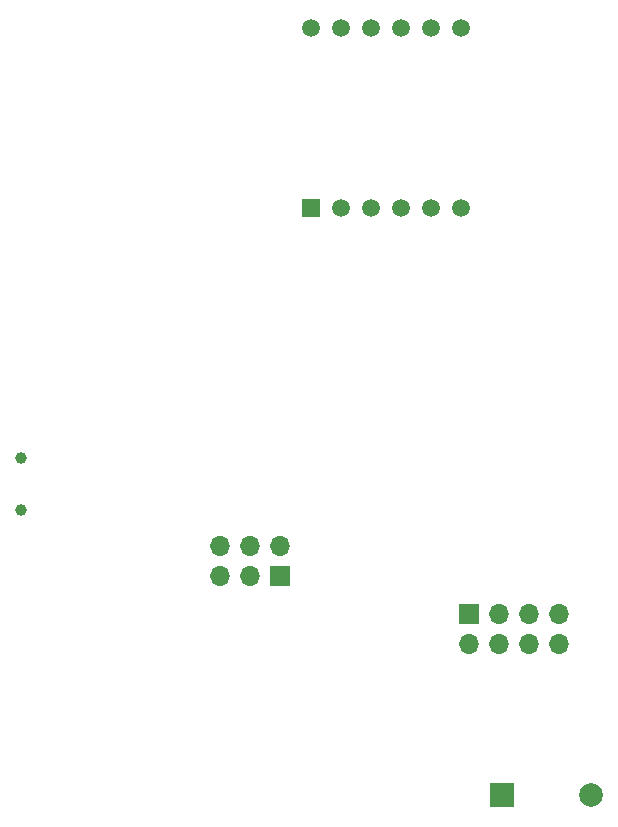
<source format=gbr>
%TF.GenerationSoftware,KiCad,Pcbnew,7.0.1*%
%TF.CreationDate,2023-04-20T17:50:10-06:00*%
%TF.ProjectId,Phase_B_Prototype,50686173-655f-4425-9f50-726f746f7479,rev?*%
%TF.SameCoordinates,Original*%
%TF.FileFunction,Soldermask,Bot*%
%TF.FilePolarity,Negative*%
%FSLAX46Y46*%
G04 Gerber Fmt 4.6, Leading zero omitted, Abs format (unit mm)*
G04 Created by KiCad (PCBNEW 7.0.1) date 2023-04-20 17:50:10*
%MOMM*%
%LPD*%
G01*
G04 APERTURE LIST*
%ADD10R,1.700000X1.700000*%
%ADD11O,1.700000X1.700000*%
%ADD12C,1.000000*%
%ADD13R,1.500000X1.500000*%
%ADD14C,1.500000*%
%ADD15R,2.000000X2.000000*%
%ADD16C,2.000000*%
G04 APERTURE END LIST*
D10*
%TO.C,J3*%
X139200000Y-106890000D03*
D11*
X139200000Y-104350000D03*
X136660000Y-106890000D03*
X136660000Y-104350000D03*
X134120000Y-106890000D03*
X134120000Y-104350000D03*
%TD*%
D10*
%TO.C,J4*%
X155240000Y-110110000D03*
D11*
X155240000Y-112650000D03*
X157780000Y-110110000D03*
X157780000Y-112650000D03*
X160320000Y-110110000D03*
X160320000Y-112650000D03*
X162860000Y-110110000D03*
X162860000Y-112650000D03*
%TD*%
D12*
%TO.C,J1*%
X117275000Y-96900000D03*
X117275000Y-101300000D03*
%TD*%
D13*
%TO.C,U1*%
X141850000Y-75777500D03*
D14*
X144390000Y-75777500D03*
X146930000Y-75777500D03*
X149470000Y-75777500D03*
X152010000Y-75777500D03*
X154550000Y-75777500D03*
X154550000Y-60537500D03*
X152010000Y-60537500D03*
X149470000Y-60537500D03*
X146930000Y-60537500D03*
X144390000Y-60537500D03*
X141850000Y-60537500D03*
%TD*%
D15*
%TO.C,LS1*%
X158000000Y-125500000D03*
D16*
X165600000Y-125500000D03*
%TD*%
M02*

</source>
